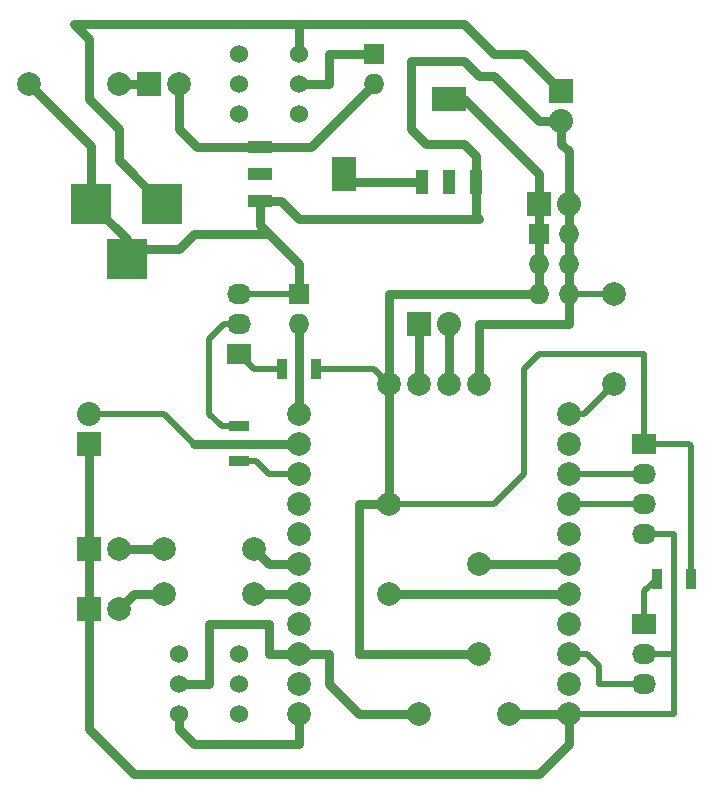
<source format=gbr>
G04 #@! TF.FileFunction,Copper,L1,Top,Signal*
%FSLAX46Y46*%
G04 Gerber Fmt 4.6, Leading zero omitted, Abs format (unit mm)*
G04 Created by KiCad (PCBNEW 4.0.2+dfsg1-stable) date Пт 14 окт 2016 09:29:28*
%MOMM*%
G01*
G04 APERTURE LIST*
%ADD10C,0.100000*%
%ADD11R,2.032000X2.032000*%
%ADD12O,2.032000X2.032000*%
%ADD13R,1.727200X1.727200*%
%ADD14O,1.727200X1.727200*%
%ADD15C,1.998980*%
%ADD16C,2.000000*%
%ADD17R,3.500120X3.500120*%
%ADD18R,2.000000X2.000000*%
%ADD19C,1.524000*%
%ADD20R,2.000000X1.000000*%
%ADD21R,2.000000X3.000000*%
%ADD22R,1.000000X2.000000*%
%ADD23R,3.000000X2.000000*%
%ADD24R,2.032000X1.727200*%
%ADD25O,2.032000X1.727200*%
%ADD26R,1.700000X0.900000*%
%ADD27R,0.900000X1.700000*%
%ADD28C,0.750000*%
%ADD29C,0.500000*%
G04 APERTURE END LIST*
D10*
D11*
X156845000Y-74295000D03*
D12*
X156845000Y-76835000D03*
D11*
X154940000Y-83820000D03*
D12*
X157480000Y-83820000D03*
D11*
X144780000Y-93980000D03*
D12*
X147320000Y-93980000D03*
D13*
X154940000Y-86360000D03*
D14*
X157480000Y-86360000D03*
X154940000Y-88900000D03*
X157480000Y-88900000D03*
X154940000Y-91440000D03*
X157480000Y-91440000D03*
D15*
X161290000Y-99060000D03*
X161290000Y-91440000D03*
X142240000Y-109220000D03*
X142240000Y-116840000D03*
X149860000Y-114300000D03*
X149860000Y-121920000D03*
D16*
X142240000Y-99060000D03*
X144780000Y-99060000D03*
X147320000Y-99060000D03*
X149860000Y-99060000D03*
X134620000Y-101600000D03*
X134620000Y-104140000D03*
X134620000Y-106680000D03*
X134620000Y-109220000D03*
X134620000Y-111760000D03*
X134620000Y-114300000D03*
X134620000Y-116840000D03*
X134620000Y-119380000D03*
X134620000Y-121920000D03*
X134620000Y-124460000D03*
X134620000Y-127000000D03*
X157480000Y-127000000D03*
X157480000Y-124460000D03*
X157480000Y-121920000D03*
X157480000Y-119380000D03*
X157480000Y-116840000D03*
X157480000Y-114300000D03*
X157480000Y-111760000D03*
X157480000Y-109220000D03*
X157480000Y-106680000D03*
X157480000Y-104140000D03*
X157480000Y-101600000D03*
D17*
X123040140Y-83820000D03*
X117040660Y-83820000D03*
X120040400Y-88519000D03*
D18*
X121920000Y-73660000D03*
D16*
X124460000Y-73660000D03*
D15*
X144780000Y-127000000D03*
X152400000Y-127000000D03*
D19*
X134620000Y-71120000D03*
X134620000Y-73660000D03*
X134620000Y-76200000D03*
X129540000Y-71120000D03*
X129540000Y-73660000D03*
X129540000Y-76200000D03*
X124460000Y-127000000D03*
X124460000Y-124460000D03*
X124460000Y-121920000D03*
X129540000Y-127000000D03*
X129540000Y-124460000D03*
X129540000Y-121920000D03*
D13*
X140970000Y-71120000D03*
D14*
X140970000Y-73660000D03*
D15*
X111760000Y-73660000D03*
X119380000Y-73660000D03*
D20*
X131350000Y-83600000D03*
X131350000Y-81280000D03*
D21*
X138430000Y-81280000D03*
D20*
X131350000Y-79000000D03*
D22*
X149640000Y-82010000D03*
X147320000Y-82010000D03*
D23*
X147320000Y-74930000D03*
D22*
X145040000Y-82010000D03*
D18*
X116840000Y-113030000D03*
D16*
X119380000Y-113030000D03*
D18*
X116840000Y-118110000D03*
D16*
X119380000Y-118110000D03*
D11*
X116840000Y-104140000D03*
D12*
X116840000Y-101600000D03*
D13*
X134620000Y-91440000D03*
D14*
X134620000Y-93980000D03*
D24*
X163830000Y-119380000D03*
D25*
X163830000Y-121920000D03*
X163830000Y-124460000D03*
D15*
X130810000Y-113030000D03*
X123190000Y-113030000D03*
X130810000Y-116840000D03*
X123190000Y-116840000D03*
D24*
X129540000Y-96520000D03*
D25*
X129540000Y-93980000D03*
X129540000Y-91440000D03*
D24*
X163830000Y-104140000D03*
D25*
X163830000Y-106680000D03*
X163830000Y-109220000D03*
X163830000Y-111760000D03*
D26*
X129540000Y-105590000D03*
X129540000Y-102690000D03*
D27*
X133170000Y-97790000D03*
X136070000Y-97790000D03*
X167820000Y-115570000D03*
X164920000Y-115570000D03*
D28*
X123190000Y-113030000D02*
X119380000Y-113030000D01*
X144780000Y-99060000D02*
X144780000Y-93980000D01*
X147320000Y-93980000D02*
X147320000Y-99060000D01*
X123190000Y-116840000D02*
X120650000Y-116840000D01*
X120650000Y-116840000D02*
X119380000Y-118110000D01*
X134620000Y-101600000D02*
X134620000Y-93980000D01*
D29*
X163830000Y-119380000D02*
X163830000Y-116660000D01*
X163830000Y-116660000D02*
X164920000Y-115570000D01*
D28*
X134620000Y-68580000D02*
X148590000Y-68580000D01*
X148590000Y-68580000D02*
X151130000Y-71120000D01*
X151130000Y-71120000D02*
X153670000Y-71120000D01*
X153670000Y-71120000D02*
X156845000Y-74295000D01*
X134620000Y-71120000D02*
X134620000Y-68580000D01*
X119380000Y-80159860D02*
X123040140Y-83820000D01*
X119380000Y-77470000D02*
X119380000Y-80159860D01*
X116840000Y-74930000D02*
X119380000Y-77470000D01*
X116840000Y-69850000D02*
X116840000Y-74930000D01*
X115570000Y-68580000D02*
X116840000Y-69850000D01*
X116840000Y-68580000D02*
X115570000Y-68580000D01*
X134620000Y-68580000D02*
X116840000Y-68580000D01*
X121920000Y-82699860D02*
X123040140Y-83820000D01*
D29*
X129540000Y-91440000D02*
X134620000Y-91440000D01*
X161290000Y-91440000D02*
X157480000Y-91440000D01*
D28*
X134620000Y-91440000D02*
X134620000Y-88900000D01*
X134620000Y-88900000D02*
X132080000Y-86360000D01*
X149640000Y-82010000D02*
X149640000Y-79790000D01*
X154940000Y-76835000D02*
X156845000Y-76835000D01*
X151130000Y-73025000D02*
X154940000Y-76835000D01*
X149860000Y-73025000D02*
X151130000Y-73025000D01*
X148590000Y-71755000D02*
X149860000Y-73025000D01*
X144145000Y-71755000D02*
X148590000Y-71755000D01*
X144145000Y-77470000D02*
X144145000Y-71755000D01*
X145415000Y-78740000D02*
X144145000Y-77470000D01*
X148590000Y-78740000D02*
X145415000Y-78740000D01*
X149640000Y-79790000D02*
X148590000Y-78740000D01*
X156845000Y-76835000D02*
X156845000Y-78740000D01*
X156845000Y-78740000D02*
X157480000Y-79375000D01*
X157480000Y-79375000D02*
X157480000Y-83820000D01*
X131350000Y-83600000D02*
X133130000Y-83600000D01*
X149640000Y-84870000D02*
X149640000Y-82010000D01*
X149860000Y-85090000D02*
X149640000Y-84870000D01*
X134620000Y-85090000D02*
X149860000Y-85090000D01*
X133130000Y-83600000D02*
X134620000Y-85090000D01*
X131350000Y-83600000D02*
X131350000Y-85630000D01*
X131350000Y-85630000D02*
X132080000Y-86360000D01*
X124460000Y-87630000D02*
X120929400Y-87630000D01*
X125730000Y-86360000D02*
X124460000Y-87630000D01*
X132080000Y-86360000D02*
X125730000Y-86360000D01*
X120929400Y-87630000D02*
X120040400Y-88519000D01*
X117040660Y-83820000D02*
X117040660Y-78940660D01*
X117040660Y-78940660D02*
X111760000Y-73660000D01*
X120040400Y-88519000D02*
X120040400Y-86819740D01*
X120040400Y-86819740D02*
X117040660Y-83820000D01*
X157480000Y-88900000D02*
X157480000Y-91440000D01*
X157480000Y-86360000D02*
X157480000Y-88900000D01*
X157480000Y-83820000D02*
X157480000Y-86360000D01*
X149860000Y-99060000D02*
X149860000Y-93980000D01*
X149860000Y-93980000D02*
X157480000Y-93980000D01*
X157480000Y-93980000D02*
X157480000Y-91440000D01*
D29*
X133170000Y-97790000D02*
X130810000Y-97790000D01*
X130810000Y-97790000D02*
X129540000Y-96520000D01*
D28*
X131350000Y-79000000D02*
X135630000Y-79000000D01*
X135630000Y-79000000D02*
X140970000Y-73660000D01*
X124460000Y-73660000D02*
X124460000Y-77470000D01*
X125990000Y-79000000D02*
X131350000Y-79000000D01*
X124460000Y-77470000D02*
X125990000Y-79000000D01*
X119380000Y-73660000D02*
X121920000Y-73660000D01*
X124460000Y-127000000D02*
X124460000Y-128270000D01*
X134620000Y-129540000D02*
X134620000Y-127000000D01*
X125730000Y-129540000D02*
X134620000Y-129540000D01*
X124460000Y-128270000D02*
X125730000Y-129540000D01*
X140970000Y-71120000D02*
X137160000Y-71120000D01*
X137160000Y-73660000D02*
X134620000Y-73660000D01*
X137160000Y-71120000D02*
X137160000Y-73660000D01*
X145040000Y-82010000D02*
X139160000Y-82010000D01*
X139160000Y-82010000D02*
X138430000Y-81280000D01*
D29*
X163830000Y-121920000D02*
X166370000Y-121920000D01*
X166370000Y-119380000D02*
X166370000Y-111760000D01*
X166370000Y-111760000D02*
X163830000Y-111760000D01*
X157480000Y-127000000D02*
X166370000Y-127000000D01*
X166370000Y-127000000D02*
X166370000Y-121920000D01*
X166370000Y-121920000D02*
X166370000Y-119380000D01*
D28*
X116840000Y-118110000D02*
X116840000Y-128270000D01*
X157480000Y-129540000D02*
X157480000Y-127000000D01*
X154940000Y-132080000D02*
X157480000Y-129540000D01*
X120650000Y-132080000D02*
X154940000Y-132080000D01*
X116840000Y-128270000D02*
X120650000Y-132080000D01*
X116840000Y-118110000D02*
X116840000Y-113030000D01*
X116840000Y-113030000D02*
X116840000Y-104140000D01*
X152400000Y-127000000D02*
X157480000Y-127000000D01*
D29*
X116840000Y-101600000D02*
X123190000Y-101600000D01*
X123190000Y-101600000D02*
X125730000Y-104140000D01*
D28*
X125730000Y-104140000D02*
X134620000Y-104140000D01*
D29*
X163830000Y-124460000D02*
X160020000Y-124460000D01*
X159004000Y-121920000D02*
X157480000Y-121920000D01*
X160020000Y-122936000D02*
X159004000Y-121920000D01*
X160020000Y-124460000D02*
X160020000Y-122936000D01*
D28*
X134620000Y-114300000D02*
X132080000Y-114300000D01*
X132080000Y-114300000D02*
X130810000Y-113030000D01*
D29*
X157480000Y-101600000D02*
X158750000Y-101600000D01*
X158750000Y-101600000D02*
X161290000Y-99060000D01*
D28*
X157480000Y-116840000D02*
X142240000Y-116840000D01*
X149860000Y-114300000D02*
X157480000Y-114300000D01*
X130810000Y-116840000D02*
X134620000Y-116840000D01*
X134620000Y-121920000D02*
X132080000Y-121920000D01*
X127000000Y-124460000D02*
X124460000Y-124460000D01*
X127000000Y-119380000D02*
X127000000Y-124460000D01*
X132080000Y-119380000D02*
X127000000Y-119380000D01*
X132080000Y-121920000D02*
X132080000Y-119380000D01*
X134620000Y-121920000D02*
X137160000Y-121920000D01*
X139700000Y-127000000D02*
X144780000Y-127000000D01*
X137160000Y-124460000D02*
X139700000Y-127000000D01*
X137160000Y-121920000D02*
X137160000Y-124460000D01*
D29*
X136070000Y-97790000D02*
X140970000Y-97790000D01*
X140970000Y-97790000D02*
X142240000Y-99060000D01*
X167820000Y-115570000D02*
X167820000Y-104320000D01*
X167640000Y-104140000D02*
X163830000Y-104140000D01*
X167820000Y-104320000D02*
X167640000Y-104140000D01*
X163830000Y-104140000D02*
X163830000Y-96520000D01*
X151130000Y-109220000D02*
X142240000Y-109220000D01*
X153670000Y-106680000D02*
X151130000Y-109220000D01*
X153670000Y-97790000D02*
X153670000Y-106680000D01*
X154940000Y-96520000D02*
X153670000Y-97790000D01*
X163830000Y-96520000D02*
X154940000Y-96520000D01*
D28*
X147320000Y-74930000D02*
X148590000Y-74930000D01*
X148590000Y-74930000D02*
X154940000Y-81280000D01*
X154940000Y-81280000D02*
X154940000Y-83820000D01*
X154940000Y-88900000D02*
X154940000Y-91440000D01*
X154940000Y-86360000D02*
X154940000Y-88900000D01*
X154940000Y-83820000D02*
X154940000Y-86360000D01*
X142240000Y-99060000D02*
X142240000Y-91440000D01*
X142240000Y-91440000D02*
X154940000Y-91440000D01*
X142240000Y-109220000D02*
X142240000Y-99060000D01*
X149860000Y-121920000D02*
X139700000Y-121920000D01*
X139700000Y-109220000D02*
X142240000Y-109220000D01*
X139700000Y-121920000D02*
X139700000Y-109220000D01*
D29*
X129540000Y-93980000D02*
X128270000Y-93980000D01*
X128090000Y-102690000D02*
X129540000Y-102690000D01*
X127000000Y-101600000D02*
X128090000Y-102690000D01*
X127000000Y-95250000D02*
X127000000Y-101600000D01*
X128270000Y-93980000D02*
X127000000Y-95250000D01*
X157480000Y-106680000D02*
X163830000Y-106680000D01*
X163830000Y-109220000D02*
X157480000Y-109220000D01*
X129540000Y-105590000D02*
X130990000Y-105590000D01*
X132080000Y-106680000D02*
X134620000Y-106680000D01*
X130990000Y-105590000D02*
X132080000Y-106680000D01*
M02*

</source>
